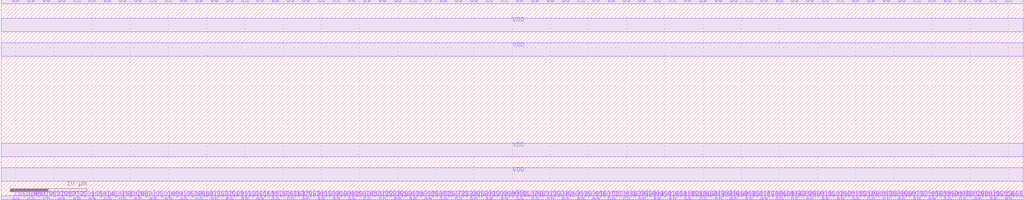
<source format=lef>
VERSION 5.7 ;
  NOWIREEXTENSIONATPIN ON ;
  DIVIDERCHAR "/" ;
  BUSBITCHARS "[]" ;
MACRO dac2u128out4in
  CLASS BLOCK ;
  FOREIGN dac2u128out4in ;
  ORIGIN 1.900 4.910 ;
  SIZE 133.800 BY 26.190 ;
  PIN VSS
    USE GROUND ;
    PORT
      LAYER Metal5 ;
        RECT -1.900 20.780 131.900 21.280 ;
    END
    PORT
      LAYER Metal5 ;
        RECT -1.900 -4.910 131.900 -4.410 ;
    END
  END VSS
#  PIN VbiasP[1]
#    PORT
#      LAYER Metal1 ;
#        RECT -1.000 10.040 131.000 14.970 ;
#    END
#  END VbiasP[1]
#  PIN Iout
#    PORT
#      LAYER Metal1 ;
#        RECT -1.900 7.835 131.900 8.535 ;
#    END
#  END Iout
#  PIN VbiasP[0]
#    PORT
#      LAYER Metal1 ;
#        RECT -1.000 1.400 131.000 6.330 ;
#    END
#  END VbiasP[0]
  PIN ON[64]
    PORT
      LAYER Metal2 ;
        RECT 128.130 20.990 128.420 21.280 ;
    END
  END ON[64]
  PIN ONB[64]
    PORT
      LAYER Metal2 ;
        RECT 127.580 20.990 127.870 21.280 ;
    END
  END ONB[64]
  PIN ON[65]
    PORT
      LAYER Metal2 ;
        RECT 126.130 20.990 126.420 21.280 ;
    END
  END ON[65]
  PIN ONB[65]
    PORT
      LAYER Metal2 ;
        RECT 125.580 20.990 125.870 21.280 ;
    END
  END ONB[65]
  PIN ON[66]
    PORT
      LAYER Metal2 ;
        RECT 124.130 20.990 124.420 21.280 ;
    END
  END ON[66]
  PIN ONB[66]
    PORT
      LAYER Metal2 ;
        RECT 123.580 20.990 123.870 21.280 ;
    END
  END ONB[66]
  PIN ON[67]
    PORT
      LAYER Metal2 ;
        RECT 122.130 20.990 122.420 21.280 ;
    END
  END ON[67]
  PIN ONB[67]
    PORT
      LAYER Metal2 ;
        RECT 121.580 20.990 121.870 21.280 ;
    END
  END ONB[67]
  PIN ON[68]
    PORT
      LAYER Metal2 ;
        RECT 120.130 20.990 120.420 21.280 ;
    END
  END ON[68]
  PIN ONB[68]
    PORT
      LAYER Metal2 ;
        RECT 119.580 20.990 119.870 21.280 ;
    END
  END ONB[68]
  PIN ON[69]
    PORT
      LAYER Metal2 ;
        RECT 118.130 20.990 118.420 21.280 ;
    END
  END ON[69]
  PIN ONB[69]
    PORT
      LAYER Metal2 ;
        RECT 117.580 20.990 117.870 21.280 ;
    END
  END ONB[69]
  PIN ON[70]
    PORT
      LAYER Metal2 ;
        RECT 116.130 20.990 116.420 21.280 ;
    END
  END ON[70]
  PIN ONB[70]
    PORT
      LAYER Metal2 ;
        RECT 115.580 20.990 115.870 21.280 ;
    END
  END ONB[70]
  PIN ON[71]
    PORT
      LAYER Metal2 ;
        RECT 114.130 20.990 114.420 21.280 ;
    END
  END ON[71]
  PIN ONB[71]
    PORT
      LAYER Metal2 ;
        RECT 113.580 20.990 113.870 21.280 ;
    END
  END ONB[71]
  PIN ON[72]
    PORT
      LAYER Metal2 ;
        RECT 112.130 20.990 112.420 21.280 ;
    END
  END ON[72]
  PIN ONB[72]
    PORT
      LAYER Metal2 ;
        RECT 111.580 20.990 111.870 21.280 ;
    END
  END ONB[72]
  PIN ON[73]
    PORT
      LAYER Metal2 ;
        RECT 110.130 20.990 110.420 21.280 ;
    END
  END ON[73]
  PIN ONB[73]
    PORT
      LAYER Metal2 ;
        RECT 109.580 20.990 109.870 21.280 ;
    END
  END ONB[73]
  PIN ON[74]
    PORT
      LAYER Metal2 ;
        RECT 108.130 20.990 108.420 21.280 ;
    END
  END ON[74]
  PIN ONB[74]
    PORT
      LAYER Metal2 ;
        RECT 107.580 20.990 107.870 21.280 ;
    END
  END ONB[74]
  PIN ON[75]
    PORT
      LAYER Metal2 ;
        RECT 106.130 20.990 106.420 21.280 ;
    END
  END ON[75]
  PIN ONB[75]
    PORT
      LAYER Metal2 ;
        RECT 105.580 20.990 105.870 21.280 ;
    END
  END ONB[75]
  PIN ON[76]
    PORT
      LAYER Metal2 ;
        RECT 104.130 20.990 104.420 21.280 ;
    END
  END ON[76]
  PIN ONB[76]
    PORT
      LAYER Metal2 ;
        RECT 103.580 20.990 103.870 21.280 ;
    END
  END ONB[76]
  PIN ON[77]
    PORT
      LAYER Metal2 ;
        RECT 102.130 20.990 102.420 21.280 ;
    END
  END ON[77]
  PIN ONB[77]
    PORT
      LAYER Metal2 ;
        RECT 101.580 20.990 101.870 21.280 ;
    END
  END ONB[77]
  PIN ON[78]
    PORT
      LAYER Metal2 ;
        RECT 100.130 20.990 100.420 21.280 ;
    END
  END ON[78]
  PIN ONB[78]
    PORT
      LAYER Metal2 ;
        RECT 99.580 20.990 99.870 21.280 ;
    END
  END ONB[78]
  PIN ON[79]
    PORT
      LAYER Metal2 ;
        RECT 98.130 20.990 98.420 21.280 ;
    END
  END ON[79]
  PIN ONB[79]
    PORT
      LAYER Metal2 ;
        RECT 97.580 20.990 97.870 21.280 ;
    END
  END ONB[79]
  PIN ON[80]
    PORT
      LAYER Metal2 ;
        RECT 96.130 20.990 96.420 21.280 ;
    END
  END ON[80]
  PIN ONB[80]
    PORT
      LAYER Metal2 ;
        RECT 95.580 20.990 95.870 21.280 ;
    END
  END ONB[80]
  PIN ON[81]
    PORT
      LAYER Metal2 ;
        RECT 94.130 20.990 94.420 21.280 ;
    END
  END ON[81]
  PIN ONB[81]
    PORT
      LAYER Metal2 ;
        RECT 93.580 20.990 93.870 21.280 ;
    END
  END ONB[81]
  PIN ON[82]
    PORT
      LAYER Metal2 ;
        RECT 92.130 20.990 92.420 21.280 ;
    END
  END ON[82]
  PIN ONB[82]
    PORT
      LAYER Metal2 ;
        RECT 91.580 20.990 91.870 21.280 ;
    END
  END ONB[82]
  PIN ON[83]
    PORT
      LAYER Metal2 ;
        RECT 90.130 20.990 90.420 21.280 ;
    END
  END ON[83]
  PIN ONB[83]
    PORT
      LAYER Metal2 ;
        RECT 89.580 20.990 89.870 21.280 ;
    END
  END ONB[83]
  PIN ON[84]
    PORT
      LAYER Metal2 ;
        RECT 88.130 20.990 88.420 21.280 ;
    END
  END ON[84]
  PIN ONB[84]
    PORT
      LAYER Metal2 ;
        RECT 87.580 20.990 87.870 21.280 ;
    END
  END ONB[84]
  PIN ON[85]
    PORT
      LAYER Metal2 ;
        RECT 86.130 20.990 86.420 21.280 ;
    END
  END ON[85]
  PIN ONB[85]
    PORT
      LAYER Metal2 ;
        RECT 85.580 20.990 85.870 21.280 ;
    END
  END ONB[85]
  PIN ON[86]
    PORT
      LAYER Metal2 ;
        RECT 84.130 20.990 84.420 21.280 ;
    END
  END ON[86]
  PIN ONB[86]
    PORT
      LAYER Metal2 ;
        RECT 83.580 20.990 83.870 21.280 ;
    END
  END ONB[86]
  PIN ON[87]
    PORT
      LAYER Metal2 ;
        RECT 82.130 20.990 82.420 21.280 ;
    END
  END ON[87]
  PIN ONB[87]
    PORT
      LAYER Metal2 ;
        RECT 81.580 20.990 81.870 21.280 ;
    END
  END ONB[87]
  PIN ON[88]
    PORT
      LAYER Metal2 ;
        RECT 80.130 20.990 80.420 21.280 ;
    END
  END ON[88]
  PIN ONB[88]
    PORT
      LAYER Metal2 ;
        RECT 79.580 20.990 79.870 21.280 ;
    END
  END ONB[88]
  PIN ON[89]
    PORT
      LAYER Metal2 ;
        RECT 78.130 20.990 78.420 21.280 ;
    END
  END ON[89]
  PIN ONB[89]
    PORT
      LAYER Metal2 ;
        RECT 77.580 20.990 77.870 21.280 ;
    END
  END ONB[89]
  PIN ON[90]
    PORT
      LAYER Metal2 ;
        RECT 76.130 20.990 76.420 21.280 ;
    END
  END ON[90]
  PIN ONB[90]
    PORT
      LAYER Metal2 ;
        RECT 75.580 20.990 75.870 21.280 ;
    END
  END ONB[90]
  PIN ON[91]
    PORT
      LAYER Metal2 ;
        RECT 74.130 20.990 74.420 21.280 ;
    END
  END ON[91]
  PIN ONB[91]
    PORT
      LAYER Metal2 ;
        RECT 73.580 20.990 73.870 21.280 ;
    END
  END ONB[91]
  PIN ON[92]
    PORT
      LAYER Metal2 ;
        RECT 72.130 20.990 72.420 21.280 ;
    END
  END ON[92]
  PIN ONB[92]
    PORT
      LAYER Metal2 ;
        RECT 71.580 20.990 71.870 21.280 ;
    END
  END ONB[92]
  PIN ON[93]
    PORT
      LAYER Metal2 ;
        RECT 70.130 20.990 70.420 21.280 ;
    END
  END ON[93]
  PIN ONB[93]
    PORT
      LAYER Metal2 ;
        RECT 69.580 20.990 69.870 21.280 ;
    END
  END ONB[93]
  PIN ON[94]
    PORT
      LAYER Metal2 ;
        RECT 68.130 20.990 68.420 21.280 ;
    END
  END ON[94]
  PIN ONB[94]
    PORT
      LAYER Metal2 ;
        RECT 67.580 20.990 67.870 21.280 ;
    END
  END ONB[94]
  PIN ON[95]
    PORT
      LAYER Metal2 ;
        RECT 66.130 20.990 66.420 21.280 ;
    END
  END ON[95]
  PIN ONB[95]
    PORT
      LAYER Metal2 ;
        RECT 65.580 20.990 65.870 21.280 ;
    END
  END ONB[95]
  PIN EN[2]
    PORT
      LAYER Metal2 ;
        RECT 130.130 20.990 130.420 21.280 ;
    END
  END EN[2]
  PIN ENB[2]
    PORT
      LAYER Metal2 ;
        RECT 129.580 20.990 129.870 21.280 ;
    END
  END ENB[2]
  PIN ON[97]
    PORT
      LAYER Metal2 ;
        RECT 62.130 20.990 62.420 21.280 ;
    END
  END ON[97]
  PIN ONB[97]
    PORT
      LAYER Metal2 ;
        RECT 61.580 20.990 61.870 21.280 ;
    END
  END ONB[97]
  PIN ON[98]
    PORT
      LAYER Metal2 ;
        RECT 60.130 20.990 60.420 21.280 ;
    END
  END ON[98]
  PIN ONB[98]
    PORT
      LAYER Metal2 ;
        RECT 59.580 20.990 59.870 21.280 ;
    END
  END ONB[98]
  PIN ON[99]
    PORT
      LAYER Metal2 ;
        RECT 58.130 20.990 58.420 21.280 ;
    END
  END ON[99]
  PIN ONB[99]
    PORT
      LAYER Metal2 ;
        RECT 57.580 20.990 57.870 21.280 ;
    END
  END ONB[99]
  PIN ON[100]
    PORT
      LAYER Metal2 ;
        RECT 56.130 20.990 56.420 21.280 ;
    END
  END ON[100]
  PIN ONB[100]
    PORT
      LAYER Metal2 ;
        RECT 55.580 20.990 55.870 21.280 ;
    END
  END ONB[100]
  PIN ON[101]
    PORT
      LAYER Metal2 ;
        RECT 54.130 20.990 54.420 21.280 ;
    END
  END ON[101]
  PIN ONB[101]
    PORT
      LAYER Metal2 ;
        RECT 53.580 20.990 53.870 21.280 ;
    END
  END ONB[101]
  PIN ON[102]
    PORT
      LAYER Metal2 ;
        RECT 52.130 20.990 52.420 21.280 ;
    END
  END ON[102]
  PIN ONB[102]
    PORT
      LAYER Metal2 ;
        RECT 51.580 20.990 51.870 21.280 ;
    END
  END ONB[102]
  PIN ON[103]
    PORT
      LAYER Metal2 ;
        RECT 50.130 20.990 50.420 21.280 ;
    END
  END ON[103]
  PIN ONB[103]
    PORT
      LAYER Metal2 ;
        RECT 49.580 20.990 49.870 21.280 ;
    END
  END ONB[103]
  PIN ON[104]
    PORT
      LAYER Metal2 ;
        RECT 48.130 20.990 48.420 21.280 ;
    END
  END ON[104]
  PIN ONB[104]
    PORT
      LAYER Metal2 ;
        RECT 47.580 20.990 47.870 21.280 ;
    END
  END ONB[104]
  PIN ON[105]
    PORT
      LAYER Metal2 ;
        RECT 46.130 20.990 46.420 21.280 ;
    END
  END ON[105]
  PIN ONB[105]
    PORT
      LAYER Metal2 ;
        RECT 45.580 20.990 45.870 21.280 ;
    END
  END ONB[105]
  PIN ON[106]
    PORT
      LAYER Metal2 ;
        RECT 44.130 20.990 44.420 21.280 ;
    END
  END ON[106]
  PIN ONB[106]
    PORT
      LAYER Metal2 ;
        RECT 43.580 20.990 43.870 21.280 ;
    END
  END ONB[106]
  PIN ON[107]
    PORT
      LAYER Metal2 ;
        RECT 42.130 20.990 42.420 21.280 ;
    END
  END ON[107]
  PIN ONB[107]
    PORT
      LAYER Metal2 ;
        RECT 41.580 20.990 41.870 21.280 ;
    END
  END ONB[107]
  PIN ON[108]
    PORT
      LAYER Metal2 ;
        RECT 40.130 20.990 40.420 21.280 ;
    END
  END ON[108]
  PIN ONB[108]
    PORT
      LAYER Metal2 ;
        RECT 39.580 20.990 39.870 21.280 ;
    END
  END ONB[108]
  PIN ON[109]
    PORT
      LAYER Metal2 ;
        RECT 38.130 20.990 38.420 21.280 ;
    END
  END ON[109]
  PIN ONB[109]
    PORT
      LAYER Metal2 ;
        RECT 37.580 20.990 37.870 21.280 ;
    END
  END ONB[109]
  PIN ON[110]
    PORT
      LAYER Metal2 ;
        RECT 36.130 20.990 36.420 21.280 ;
    END
  END ON[110]
  PIN ONB[110]
    PORT
      LAYER Metal2 ;
        RECT 35.580 20.990 35.870 21.280 ;
    END
  END ONB[110]
  PIN ON[111]
    PORT
      LAYER Metal2 ;
        RECT 34.130 20.990 34.420 21.280 ;
    END
  END ON[111]
  PIN ONB[111]
    PORT
      LAYER Metal2 ;
        RECT 33.580 20.990 33.870 21.280 ;
    END
  END ONB[111]
  PIN ON[112]
    PORT
      LAYER Metal2 ;
        RECT 32.130 20.990 32.420 21.280 ;
    END
  END ON[112]
  PIN ONB[112]
    PORT
      LAYER Metal2 ;
        RECT 31.580 20.990 31.870 21.280 ;
    END
  END ONB[112]
  PIN ON[113]
    PORT
      LAYER Metal2 ;
        RECT 30.130 20.990 30.420 21.280 ;
    END
  END ON[113]
  PIN ONB[113]
    PORT
      LAYER Metal2 ;
        RECT 29.580 20.990 29.870 21.280 ;
    END
  END ONB[113]
  PIN ON[114]
    PORT
      LAYER Metal2 ;
        RECT 28.130 20.990 28.420 21.280 ;
    END
  END ON[114]
  PIN ONB[114]
    PORT
      LAYER Metal2 ;
        RECT 27.580 20.990 27.870 21.280 ;
    END
  END ONB[114]
  PIN ON[115]
    PORT
      LAYER Metal2 ;
        RECT 26.130 20.990 26.420 21.280 ;
    END
  END ON[115]
  PIN ONB[115]
    PORT
      LAYER Metal2 ;
        RECT 25.580 20.990 25.870 21.280 ;
    END
  END ONB[115]
  PIN ON[116]
    PORT
      LAYER Metal2 ;
        RECT 24.130 20.990 24.420 21.280 ;
    END
  END ON[116]
  PIN ONB[116]
    PORT
      LAYER Metal2 ;
        RECT 23.580 20.990 23.870 21.280 ;
    END
  END ONB[116]
  PIN ON[117]
    PORT
      LAYER Metal2 ;
        RECT 22.130 20.990 22.420 21.280 ;
    END
  END ON[117]
  PIN ONB[117]
    PORT
      LAYER Metal2 ;
        RECT 21.580 20.990 21.870 21.280 ;
    END
  END ONB[117]
  PIN ON[118]
    PORT
      LAYER Metal2 ;
        RECT 20.130 20.990 20.420 21.280 ;
    END
  END ON[118]
  PIN ONB[118]
    PORT
      LAYER Metal2 ;
        RECT 19.580 20.990 19.870 21.280 ;
    END
  END ONB[118]
  PIN ON[119]
    PORT
      LAYER Metal2 ;
        RECT 18.130 20.990 18.420 21.280 ;
    END
  END ON[119]
  PIN ONB[119]
    PORT
      LAYER Metal2 ;
        RECT 17.580 20.990 17.870 21.280 ;
    END
  END ONB[119]
  PIN ON[120]
    PORT
      LAYER Metal2 ;
        RECT 16.130 20.990 16.420 21.280 ;
    END
  END ON[120]
  PIN ONB[120]
    PORT
      LAYER Metal2 ;
        RECT 15.580 20.990 15.870 21.280 ;
    END
  END ONB[120]
  PIN ON[121]
    PORT
      LAYER Metal2 ;
        RECT 14.130 20.990 14.420 21.280 ;
    END
  END ON[121]
  PIN ONB[121]
    PORT
      LAYER Metal2 ;
        RECT 13.580 20.990 13.870 21.280 ;
    END
  END ONB[121]
  PIN ON[122]
    PORT
      LAYER Metal2 ;
        RECT 12.130 20.990 12.420 21.280 ;
    END
  END ON[122]
  PIN ONB[122]
    PORT
      LAYER Metal2 ;
        RECT 11.580 20.990 11.870 21.280 ;
    END
  END ONB[122]
  PIN ON[123]
    PORT
      LAYER Metal2 ;
        RECT 10.130 20.990 10.420 21.280 ;
    END
  END ON[123]
  PIN ONB[123]
    PORT
      LAYER Metal2 ;
        RECT 9.580 20.990 9.870 21.280 ;
    END
  END ONB[123]
  PIN ON[124]
    PORT
      LAYER Metal2 ;
        RECT 8.130 20.990 8.420 21.280 ;
    END
  END ON[124]
  PIN ONB[124]
    PORT
      LAYER Metal2 ;
        RECT 7.580 20.990 7.870 21.280 ;
    END
  END ONB[124]
  PIN ON[125]
    PORT
      LAYER Metal2 ;
        RECT 6.130 20.990 6.420 21.280 ;
    END
  END ON[125]
  PIN ONB[125]
    PORT
      LAYER Metal2 ;
        RECT 5.580 20.990 5.870 21.280 ;
    END
  END ONB[125]
  PIN ON[126]
    PORT
      LAYER Metal2 ;
        RECT 4.130 20.990 4.420 21.280 ;
    END
  END ON[126]
  PIN ONB[126]
    PORT
      LAYER Metal2 ;
        RECT 3.580 20.990 3.870 21.280 ;
    END
  END ONB[126]
  PIN ON[127]
    PORT
      LAYER Metal2 ;
        RECT 2.130 20.990 2.420 21.280 ;
    END
  END ON[127]
  PIN ONB[127]
    PORT
      LAYER Metal2 ;
        RECT 1.580 20.990 1.870 21.280 ;
    END
  END ONB[127]
  PIN ON[96]
    PORT
      LAYER Metal2 ;
        RECT 64.130 20.990 64.420 21.280 ;
    END
  END ON[96]
  PIN ONB[96]
    PORT
      LAYER Metal2 ;
        RECT 63.580 20.990 63.870 21.280 ;
    END
  END ONB[96]
  PIN EN[3]
    PORT
      LAYER Metal2 ;
        RECT 0.130 20.990 0.420 21.280 ;
    END
  END EN[3]
  PIN ENB[3]
    PORT
      LAYER Metal2 ;
        RECT -0.420 20.990 -0.130 21.280 ;
    END
  END ENB[3]
  PIN ON[0]
    PORT
      LAYER Metal2 ;
        RECT 1.580 -4.910 1.870 -4.620 ;
    END
  END ON[0]
  PIN ONB[0]
    PORT
      LAYER Metal2 ;
        RECT 2.130 -4.910 2.420 -4.620 ;
    END
  END ONB[0]
  PIN ON[1]
    PORT
      LAYER Metal2 ;
        RECT 3.580 -4.910 3.870 -4.620 ;
    END
  END ON[1]
  PIN ONB[1]
    PORT
      LAYER Metal2 ;
        RECT 4.130 -4.910 4.420 -4.620 ;
    END
  END ONB[1]
  PIN ON[2]
    PORT
      LAYER Metal2 ;
        RECT 5.580 -4.910 5.870 -4.620 ;
    END
  END ON[2]
  PIN ONB[2]
    PORT
      LAYER Metal2 ;
        RECT 6.130 -4.910 6.420 -4.620 ;
    END
  END ONB[2]
  PIN ON[3]
    PORT
      LAYER Metal2 ;
        RECT 7.580 -4.910 7.870 -4.620 ;
    END
  END ON[3]
  PIN ONB[3]
    PORT
      LAYER Metal2 ;
        RECT 8.130 -4.910 8.420 -4.620 ;
    END
  END ONB[3]
  PIN ON[4]
    PORT
      LAYER Metal2 ;
        RECT 9.580 -4.910 9.870 -4.620 ;
    END
  END ON[4]
  PIN ONB[4]
    PORT
      LAYER Metal2 ;
        RECT 10.130 -4.910 10.420 -4.620 ;
    END
  END ONB[4]
  PIN ON[5]
    PORT
      LAYER Metal2 ;
        RECT 11.580 -4.910 11.870 -4.620 ;
    END
  END ON[5]
  PIN ONB[5]
    PORT
      LAYER Metal2 ;
        RECT 12.130 -4.910 12.420 -4.620 ;
    END
  END ONB[5]
  PIN ON[6]
    PORT
      LAYER Metal2 ;
        RECT 13.580 -4.910 13.870 -4.620 ;
    END
  END ON[6]
  PIN ONB[6]
    PORT
      LAYER Metal2 ;
        RECT 14.130 -4.910 14.420 -4.620 ;
    END
  END ONB[6]
  PIN ON[7]
    PORT
      LAYER Metal2 ;
        RECT 15.580 -4.910 15.870 -4.620 ;
    END
  END ON[7]
  PIN ONB[7]
    PORT
      LAYER Metal2 ;
        RECT 16.130 -4.910 16.420 -4.620 ;
    END
  END ONB[7]
  PIN ON[8]
    PORT
      LAYER Metal2 ;
        RECT 17.580 -4.910 17.870 -4.620 ;
    END
  END ON[8]
  PIN ONB[8]
    PORT
      LAYER Metal2 ;
        RECT 18.130 -4.910 18.420 -4.620 ;
    END
  END ONB[8]
  PIN ON[9]
    PORT
      LAYER Metal2 ;
        RECT 19.580 -4.910 19.870 -4.620 ;
    END
  END ON[9]
  PIN ONB[9]
    PORT
      LAYER Metal2 ;
        RECT 20.130 -4.910 20.420 -4.620 ;
    END
  END ONB[9]
  PIN ON[10]
    PORT
      LAYER Metal2 ;
        RECT 21.580 -4.910 21.870 -4.620 ;
    END
  END ON[10]
  PIN ONB[10]
    PORT
      LAYER Metal2 ;
        RECT 22.130 -4.910 22.420 -4.620 ;
    END
  END ONB[10]
  PIN ON[11]
    PORT
      LAYER Metal2 ;
        RECT 23.580 -4.910 23.870 -4.620 ;
    END
  END ON[11]
  PIN ONB[11]
    PORT
      LAYER Metal2 ;
        RECT 24.130 -4.910 24.420 -4.620 ;
    END
  END ONB[11]
  PIN ON[12]
    PORT
      LAYER Metal2 ;
        RECT 25.580 -4.910 25.870 -4.620 ;
    END
  END ON[12]
  PIN ONB[12]
    PORT
      LAYER Metal2 ;
        RECT 26.130 -4.910 26.420 -4.620 ;
    END
  END ONB[12]
  PIN ON[13]
    PORT
      LAYER Metal2 ;
        RECT 27.580 -4.910 27.870 -4.620 ;
    END
  END ON[13]
  PIN ONB[13]
    PORT
      LAYER Metal2 ;
        RECT 28.130 -4.910 28.420 -4.620 ;
    END
  END ONB[13]
  PIN ON[14]
    PORT
      LAYER Metal2 ;
        RECT 29.580 -4.910 29.870 -4.620 ;
    END
  END ON[14]
  PIN ONB[14]
    PORT
      LAYER Metal2 ;
        RECT 30.130 -4.910 30.420 -4.620 ;
    END
  END ONB[14]
  PIN ON[15]
    PORT
      LAYER Metal2 ;
        RECT 31.580 -4.910 31.870 -4.620 ;
    END
  END ON[15]
  PIN ONB[15]
    PORT
      LAYER Metal2 ;
        RECT 32.130 -4.910 32.420 -4.620 ;
    END
  END ONB[15]
  PIN ON[16]
    PORT
      LAYER Metal2 ;
        RECT 33.580 -4.910 33.870 -4.620 ;
    END
  END ON[16]
  PIN ONB[16]
    PORT
      LAYER Metal2 ;
        RECT 34.130 -4.910 34.420 -4.620 ;
    END
  END ONB[16]
  PIN ON[17]
    PORT
      LAYER Metal2 ;
        RECT 35.580 -4.910 35.870 -4.620 ;
    END
  END ON[17]
  PIN ONB[17]
    PORT
      LAYER Metal2 ;
        RECT 36.130 -4.910 36.420 -4.620 ;
    END
  END ONB[17]
  PIN ON[18]
    PORT
      LAYER Metal2 ;
        RECT 37.580 -4.910 37.870 -4.620 ;
    END
  END ON[18]
  PIN ONB[18]
    PORT
      LAYER Metal2 ;
        RECT 38.130 -4.910 38.420 -4.620 ;
    END
  END ONB[18]
  PIN ON[19]
    PORT
      LAYER Metal2 ;
        RECT 39.580 -4.910 39.870 -4.620 ;
    END
  END ON[19]
  PIN ONB[19]
    PORT
      LAYER Metal2 ;
        RECT 40.130 -4.910 40.420 -4.620 ;
    END
  END ONB[19]
  PIN ON[20]
    PORT
      LAYER Metal2 ;
        RECT 41.580 -4.910 41.870 -4.620 ;
    END
  END ON[20]
  PIN ONB[20]
    PORT
      LAYER Metal2 ;
        RECT 42.130 -4.910 42.420 -4.620 ;
    END
  END ONB[20]
  PIN ON[21]
    PORT
      LAYER Metal2 ;
        RECT 43.580 -4.910 43.870 -4.620 ;
    END
  END ON[21]
  PIN ONB[21]
    PORT
      LAYER Metal2 ;
        RECT 44.130 -4.910 44.420 -4.620 ;
    END
  END ONB[21]
  PIN ON[22]
    PORT
      LAYER Metal2 ;
        RECT 45.580 -4.910 45.870 -4.620 ;
    END
  END ON[22]
  PIN ONB[22]
    PORT
      LAYER Metal2 ;
        RECT 46.130 -4.910 46.420 -4.620 ;
    END
  END ONB[22]
  PIN ON[23]
    PORT
      LAYER Metal2 ;
        RECT 47.580 -4.910 47.870 -4.620 ;
    END
  END ON[23]
  PIN ONB[23]
    PORT
      LAYER Metal2 ;
        RECT 48.130 -4.910 48.420 -4.620 ;
    END
  END ONB[23]
  PIN ON[24]
    PORT
      LAYER Metal2 ;
        RECT 49.580 -4.910 49.870 -4.620 ;
    END
  END ON[24]
  PIN ONB[24]
    PORT
      LAYER Metal2 ;
        RECT 50.130 -4.910 50.420 -4.620 ;
    END
  END ONB[24]
  PIN ON[25]
    PORT
      LAYER Metal2 ;
        RECT 51.580 -4.910 51.870 -4.620 ;
    END
  END ON[25]
  PIN ONB[25]
    PORT
      LAYER Metal2 ;
        RECT 52.130 -4.910 52.420 -4.620 ;
    END
  END ONB[25]
  PIN ON[26]
    PORT
      LAYER Metal2 ;
        RECT 53.580 -4.910 53.870 -4.620 ;
    END
  END ON[26]
  PIN ONB[26]
    PORT
      LAYER Metal2 ;
        RECT 54.130 -4.910 54.420 -4.620 ;
    END
  END ONB[26]
  PIN ON[27]
    PORT
      LAYER Metal2 ;
        RECT 55.580 -4.910 55.870 -4.620 ;
    END
  END ON[27]
  PIN ONB[27]
    PORT
      LAYER Metal2 ;
        RECT 56.130 -4.910 56.420 -4.620 ;
    END
  END ONB[27]
  PIN ON[28]
    PORT
      LAYER Metal2 ;
        RECT 57.580 -4.910 57.870 -4.620 ;
    END
  END ON[28]
  PIN ONB[28]
    PORT
      LAYER Metal2 ;
        RECT 58.130 -4.910 58.420 -4.620 ;
    END
  END ONB[28]
  PIN ON[29]
    PORT
      LAYER Metal2 ;
        RECT 59.580 -4.910 59.870 -4.620 ;
    END
  END ON[29]
  PIN ONB[29]
    PORT
      LAYER Metal2 ;
        RECT 60.130 -4.910 60.420 -4.620 ;
    END
  END ONB[29]
  PIN ON[30]
    PORT
      LAYER Metal2 ;
        RECT 61.580 -4.910 61.870 -4.620 ;
    END
  END ON[30]
  PIN ONB[30]
    PORT
      LAYER Metal2 ;
        RECT 62.130 -4.910 62.420 -4.620 ;
    END
  END ONB[30]
  PIN ON[31]
    PORT
      LAYER Metal2 ;
        RECT 63.580 -4.910 63.870 -4.620 ;
    END
  END ON[31]
  PIN ONB[31]
    PORT
      LAYER Metal2 ;
        RECT 64.130 -4.910 64.420 -4.620 ;
    END
  END ONB[31]
  PIN EN[0]
    PORT
      LAYER Metal2 ;
        RECT -0.420 -4.910 -0.130 -4.620 ;
    END
  END EN[0]
  PIN ENB[0]
    PORT
      LAYER Metal2 ;
        RECT 0.130 -4.910 0.420 -4.620 ;
    END
  END ENB[0]
  PIN ON[33]
    PORT
      LAYER Metal2 ;
        RECT 67.580 -4.910 67.870 -4.620 ;
    END
  END ON[33]
  PIN ONB[33]
    PORT
      LAYER Metal2 ;
        RECT 68.130 -4.910 68.420 -4.620 ;
    END
  END ONB[33]
  PIN ON[34]
    PORT
      LAYER Metal2 ;
        RECT 69.580 -4.910 69.870 -4.620 ;
    END
  END ON[34]
  PIN ONB[34]
    PORT
      LAYER Metal2 ;
        RECT 70.130 -4.910 70.420 -4.620 ;
    END
  END ONB[34]
  PIN ON[35]
    PORT
      LAYER Metal2 ;
        RECT 71.580 -4.910 71.870 -4.620 ;
    END
  END ON[35]
  PIN ONB[35]
    PORT
      LAYER Metal2 ;
        RECT 72.130 -4.910 72.420 -4.620 ;
    END
  END ONB[35]
  PIN ON[36]
    PORT
      LAYER Metal2 ;
        RECT 73.580 -4.910 73.870 -4.620 ;
    END
  END ON[36]
  PIN ONB[36]
    PORT
      LAYER Metal2 ;
        RECT 74.130 -4.910 74.420 -4.620 ;
    END
  END ONB[36]
  PIN ON[37]
    PORT
      LAYER Metal2 ;
        RECT 75.580 -4.910 75.870 -4.620 ;
    END
  END ON[37]
  PIN ONB[37]
    PORT
      LAYER Metal2 ;
        RECT 76.130 -4.910 76.420 -4.620 ;
    END
  END ONB[37]
  PIN ON[38]
    PORT
      LAYER Metal2 ;
        RECT 77.580 -4.910 77.870 -4.620 ;
    END
  END ON[38]
  PIN ONB[38]
    PORT
      LAYER Metal2 ;
        RECT 78.130 -4.910 78.420 -4.620 ;
    END
  END ONB[38]
  PIN ON[39]
    PORT
      LAYER Metal2 ;
        RECT 79.580 -4.910 79.870 -4.620 ;
    END
  END ON[39]
  PIN ONB[39]
    PORT
      LAYER Metal2 ;
        RECT 80.130 -4.910 80.420 -4.620 ;
    END
  END ONB[39]
  PIN ON[40]
    PORT
      LAYER Metal2 ;
        RECT 81.580 -4.910 81.870 -4.620 ;
    END
  END ON[40]
  PIN ONB[40]
    PORT
      LAYER Metal2 ;
        RECT 82.130 -4.910 82.420 -4.620 ;
    END
  END ONB[40]
  PIN ON[41]
    PORT
      LAYER Metal2 ;
        RECT 83.580 -4.910 83.870 -4.620 ;
    END
  END ON[41]
  PIN ONB[41]
    PORT
      LAYER Metal2 ;
        RECT 84.130 -4.910 84.420 -4.620 ;
    END
  END ONB[41]
  PIN ON[42]
    PORT
      LAYER Metal2 ;
        RECT 85.580 -4.910 85.870 -4.620 ;
    END
  END ON[42]
  PIN ONB[42]
    PORT
      LAYER Metal2 ;
        RECT 86.130 -4.910 86.420 -4.620 ;
    END
  END ONB[42]
  PIN ON[43]
    PORT
      LAYER Metal2 ;
        RECT 87.580 -4.910 87.870 -4.620 ;
    END
  END ON[43]
  PIN ONB[43]
    PORT
      LAYER Metal2 ;
        RECT 88.130 -4.910 88.420 -4.620 ;
    END
  END ONB[43]
  PIN ON[44]
    PORT
      LAYER Metal2 ;
        RECT 89.580 -4.910 89.870 -4.620 ;
    END
  END ON[44]
  PIN ONB[44]
    PORT
      LAYER Metal2 ;
        RECT 90.130 -4.910 90.420 -4.620 ;
    END
  END ONB[44]
  PIN ON[45]
    PORT
      LAYER Metal2 ;
        RECT 91.580 -4.910 91.870 -4.620 ;
    END
  END ON[45]
  PIN ONB[45]
    PORT
      LAYER Metal2 ;
        RECT 92.130 -4.910 92.420 -4.620 ;
    END
  END ONB[45]
  PIN ON[46]
    PORT
      LAYER Metal2 ;
        RECT 93.580 -4.910 93.870 -4.620 ;
    END
  END ON[46]
  PIN ONB[46]
    PORT
      LAYER Metal2 ;
        RECT 94.130 -4.910 94.420 -4.620 ;
    END
  END ONB[46]
  PIN ON[47]
    PORT
      LAYER Metal2 ;
        RECT 95.580 -4.910 95.870 -4.620 ;
    END
  END ON[47]
  PIN ONB[47]
    PORT
      LAYER Metal2 ;
        RECT 96.130 -4.910 96.420 -4.620 ;
    END
  END ONB[47]
  PIN ON[48]
    PORT
      LAYER Metal2 ;
        RECT 97.580 -4.910 97.870 -4.620 ;
    END
  END ON[48]
  PIN ONB[48]
    PORT
      LAYER Metal2 ;
        RECT 98.130 -4.910 98.420 -4.620 ;
    END
  END ONB[48]
  PIN ON[49]
    PORT
      LAYER Metal2 ;
        RECT 99.580 -4.910 99.870 -4.620 ;
    END
  END ON[49]
  PIN ONB[49]
    PORT
      LAYER Metal2 ;
        RECT 100.130 -4.910 100.420 -4.620 ;
    END
  END ONB[49]
  PIN ON[50]
    PORT
      LAYER Metal2 ;
        RECT 101.580 -4.910 101.870 -4.620 ;
    END
  END ON[50]
  PIN ONB[50]
    PORT
      LAYER Metal2 ;
        RECT 102.130 -4.910 102.420 -4.620 ;
    END
  END ONB[50]
  PIN ON[51]
    PORT
      LAYER Metal2 ;
        RECT 103.580 -4.910 103.870 -4.620 ;
    END
  END ON[51]
  PIN ONB[51]
    PORT
      LAYER Metal2 ;
        RECT 104.130 -4.910 104.420 -4.620 ;
    END
  END ONB[51]
  PIN ON[52]
    PORT
      LAYER Metal2 ;
        RECT 105.580 -4.910 105.870 -4.620 ;
    END
  END ON[52]
  PIN ONB[52]
    PORT
      LAYER Metal2 ;
        RECT 106.130 -4.910 106.420 -4.620 ;
    END
  END ONB[52]
  PIN ON[53]
    PORT
      LAYER Metal2 ;
        RECT 107.580 -4.910 107.870 -4.620 ;
    END
  END ON[53]
  PIN ONB[53]
    PORT
      LAYER Metal2 ;
        RECT 108.130 -4.910 108.420 -4.620 ;
    END
  END ONB[53]
  PIN ON[54]
    PORT
      LAYER Metal2 ;
        RECT 109.580 -4.910 109.870 -4.620 ;
    END
  END ON[54]
  PIN ONB[54]
    PORT
      LAYER Metal2 ;
        RECT 110.130 -4.910 110.420 -4.620 ;
    END
  END ONB[54]
  PIN ON[55]
    PORT
      LAYER Metal2 ;
        RECT 111.580 -4.910 111.870 -4.620 ;
    END
  END ON[55]
  PIN ONB[55]
    PORT
      LAYER Metal2 ;
        RECT 112.130 -4.910 112.420 -4.620 ;
    END
  END ONB[55]
  PIN ON[56]
    PORT
      LAYER Metal2 ;
        RECT 113.580 -4.910 113.870 -4.620 ;
    END
  END ON[56]
  PIN ONB[56]
    PORT
      LAYER Metal2 ;
        RECT 114.130 -4.910 114.420 -4.620 ;
    END
  END ONB[56]
  PIN ON[57]
    PORT
      LAYER Metal2 ;
        RECT 115.580 -4.910 115.870 -4.620 ;
    END
  END ON[57]
  PIN ONB[57]
    PORT
      LAYER Metal2 ;
        RECT 116.130 -4.910 116.420 -4.620 ;
    END
  END ONB[57]
  PIN ON[58]
    PORT
      LAYER Metal2 ;
        RECT 117.580 -4.910 117.870 -4.620 ;
    END
  END ON[58]
  PIN ONB[58]
    PORT
      LAYER Metal2 ;
        RECT 118.130 -4.910 118.420 -4.620 ;
    END
  END ONB[58]
  PIN ON[59]
    PORT
      LAYER Metal2 ;
        RECT 119.580 -4.910 119.870 -4.620 ;
    END
  END ON[59]
  PIN ONB[59]
    PORT
      LAYER Metal2 ;
        RECT 120.130 -4.910 120.420 -4.620 ;
    END
  END ONB[59]
  PIN ON[60]
    PORT
      LAYER Metal2 ;
        RECT 121.580 -4.910 121.870 -4.620 ;
    END
  END ON[60]
  PIN ONB[60]
    PORT
      LAYER Metal2 ;
        RECT 122.130 -4.910 122.420 -4.620 ;
    END
  END ONB[60]
  PIN ON[61]
    PORT
      LAYER Metal2 ;
        RECT 123.580 -4.910 123.870 -4.620 ;
    END
  END ON[61]
  PIN ONB[61]
    PORT
      LAYER Metal2 ;
        RECT 124.130 -4.910 124.420 -4.620 ;
    END
  END ONB[61]
  PIN ON[62]
    PORT
      LAYER Metal2 ;
        RECT 125.580 -4.910 125.870 -4.620 ;
    END
  END ON[62]
  PIN ONB[62]
    PORT
      LAYER Metal2 ;
        RECT 126.130 -4.910 126.420 -4.620 ;
    END
  END ONB[62]
  PIN ON[63]
    PORT
      LAYER Metal2 ;
        RECT 127.580 -4.910 127.870 -4.620 ;
    END
  END ON[63]
  PIN ONB[63]
    PORT
      LAYER Metal2 ;
        RECT 128.130 -4.910 128.420 -4.620 ;
    END
  END ONB[63]
  PIN ON[32]
    PORT
      LAYER Metal2 ;
        RECT 65.580 -4.910 65.870 -4.620 ;
    END
  END ON[32]
  PIN ONB[32]
    PORT
      LAYER Metal2 ;
        RECT 66.130 -4.910 66.420 -4.620 ;
    END
  END ONB[32]
  PIN EN[1]
    PORT
      LAYER Metal2 ;
        RECT 129.580 -4.910 129.870 -4.620 ;
    END
  END EN[1]
  PIN ENB[1]
    PORT
      LAYER Metal2 ;
        RECT 130.130 -4.910 130.420 -4.620 ;
    END
  END ENB[1]
  PIN VDD
    USE POWER ;
    PORT
      LAYER Metal5 ;
        RECT -1.900 -2.480 131.900 -0.750 ;
    END
    PORT
      LAYER Metal5 ;
        RECT -1.900 0.750 131.900 2.480 ;
    END
    PORT
      LAYER Metal5 ;
        RECT -1.900 17.120 131.900 18.850 ;
    END
    PORT
      LAYER Metal5 ;
        RECT -1.900 13.890 131.900 15.620 ;
    END
  END VDD
#  PIN VcascP[1]
#    PORT
#      LAYER Metal3 ;
#        RECT -1.900 16.020 131.900 16.720 ;
#    END
#  END VcascP[1]
#  PIN VcascP[0]
#    PORT
#      LAYER Metal3 ;
#        RECT -1.900 -0.350 131.900 0.350 ;
#    END
#  END VcascP[0]
END dac2u128out4in
END LIBRARY


</source>
